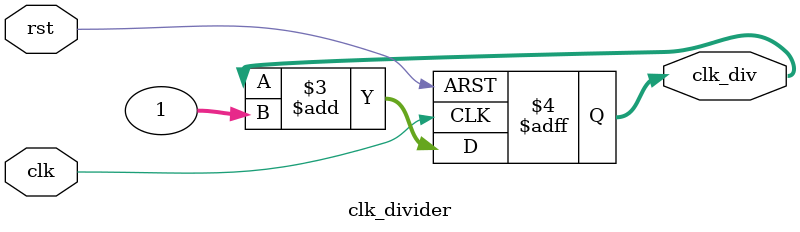
<source format=v>
`timescale 1ns / 1ps

module clk_divider(
    input wire clk,              // Clock
    input wire rst,              // Reset
    output reg [31:0] clk_div    // Division result
    );
    
    always @ (posedge clk or negedge rst)
        if (!rst)
            clk_div <= 32'b0;
        else
            clk_div <= clk_div + 1;
    
endmodule

</source>
